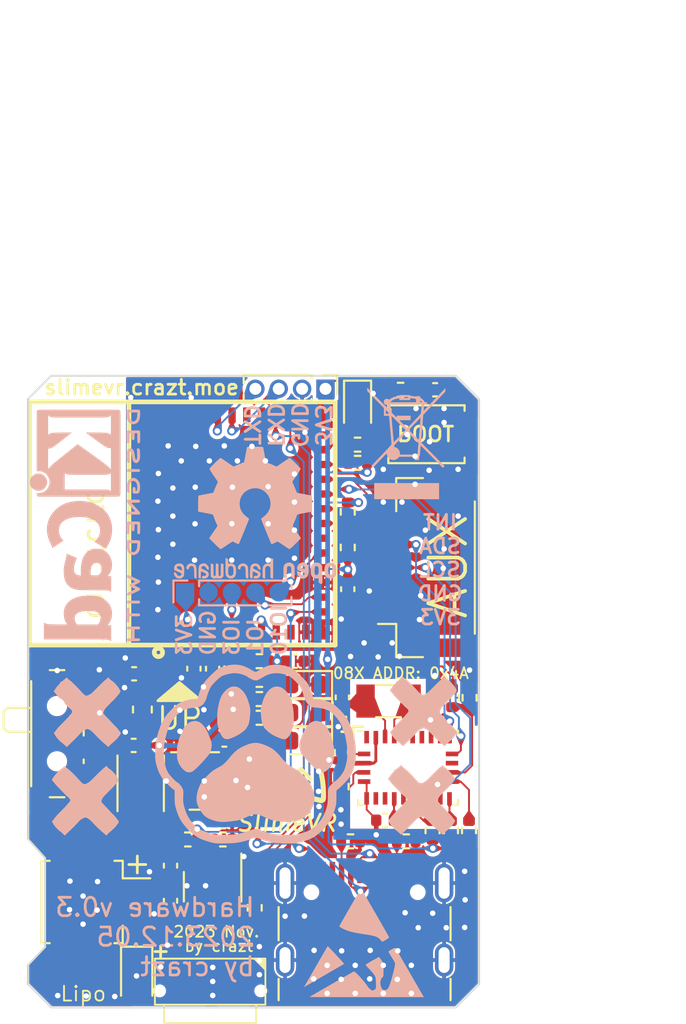
<source format=kicad_pcb>
(kicad_pcb (version 20221018) (generator pcbnew)
  (layers (0 "F.Cu" signal) (31 "B.Cu" signal) (34 "B.Paste" user) (35 "F.Paste" user) (36 "B.SilkS" user "B.Silkscreen") (37 "F.SilkS" user "F.Silkscreen") (38 "B.Mask" user) (39 "F.Mask" user) (44 "Edge.Cuts" user))
  (net 0 "")
  (net 1 "+3.3V")
  (net 2 "GND")
  (net 3 "+BATT")
  (net 4 "/BOOT")
  (net 5 "+5V")
  (net 6 "Net-(D1-K)")
  (net 7 "Net-(D1-A)")
  (net 8 "Net-(D2-K)")
  (net 9 "Net-(D2-A)")
  (net 10 "/USB_D_P")
  (net 11 "/USB_D_N")
  (net 12 "Net-(D3-A)")
  (net 13 "Net-(D4-A)")
  (net 14 "Net-(J3-CC1)")
  (net 15 "/RXD")
  (net 16 "/TXD")
  (net 17 "/SDA")
  (net 18 "/SCL")
  (net 19 "/INT1")
  (net 20 "/INT2")
  (net 22 "Net-(J3-CC2)")
  (net 24 "/BAT_LEVEL")
  (net 25 "/LED")
  (net 26 "/BAT_LEVEL_SRC")
  (net 27 "Net-(U3-PROG)")
  (net 29 "Net-(U2-EN)")
  (net 30 "Net-(U1-XIN32)")
  (net 31 "Net-(U1-XOUT32)")
  (net 32 "Net-(U1-CAP)")
  (net 33 "Net-(U4-FB)")
  (net 34 "Net-(D5-A)")
  (net 35 "Net-(U4-LX)")
  (net 36 "Net-(U1-~{RESET})")
  (net 37 "Net-(U2-IO2)")
  (net 38 "Net-(U1-~{BOOT_LOAD_PIN})")
  (net 44 "/ENV_SCL")
  (net 45 "/ENV_SDA")
  (net 46 "Net-(U1-SA0{slash}H_MOSI_)")
  (net 53 "/IO3")
  (net 54 "/IO1")
  (net 55 "/IO10")
  (net 69 "Net-(C10-Pad1)")
  (footprint "LED_SMD:LED_0603_1608Metric" (layer "F.Cu") (at 164.8968 82.804 180)
    (fp_text reference "D4" hide)
    (fp_text value "BLUE" hide)
  )
  (footprint "Capacitor_SMD:C_0402_1005Metric" (layer "F.Cu") (at 171.96 83.51 -90)
    (fp_text reference "C7" hide)
    (fp_text value "12pF" hide)
  )
  (footprint "Resistor_SMD:R_0402_1005Metric" (layer "F.Cu") (at 160.909 81.9658 90)
    (fp_text reference "R3" hide)
    (fp_text value "10K" hide)
  )
  (footprint "Crazt_Oscillator:Crystal_SMD_3215-2Pin_3.2x1.5mm" (layer "F.Cu") (at 169.45 83.7 180)
    (fp_text reference "Y1" hide)
    (fp_text value "32.768K" hide)
  )
  (footprint "LED_SMD:LED_0603_1608Metric" (layer "F.Cu") (at 164.8968 85.852 180)
    (fp_text reference "D2" hide)
    (fp_text value "GREEN" hide)
  )
  (footprint "Inductor_SMD:L_Sunlord_SWPA252010S" (layer "F.Cu") (at 155.9863 88.1634 90)
    (fp_text reference "L1" hide)
    (fp_text value "MWTC252010S2R2MT" hide)
  )
  (footprint "Resistor_SMD:R_0402_1005Metric" (layer "F.Cu") (at 173.85 83.52 -90)
    (fp_text reference "R11" hide)
    (fp_text value "1M" hide)
  )
  (footprint "Capacitor_SMD:C_0402_1005Metric" (layer "F.Cu") (at 164.361 81.534)
    (fp_text reference "C5" hide)
    (fp_text value "1uF" hide)
  )
  (footprint "Resistor_SMD:R_0402_1005Metric" (layer "F.Cu") (at 162.433 81.534)
    (fp_text reference "R2" hide)
    (fp_text value "10K" hide)
  )
  (footprint "Crazt_Button_Switch:SW_Push_SPST_NO_Alps_SKRK" (layer "F.Cu") (at 171.509 69.215)
    (fp_text reference "SW2" hide)
    (fp_text value "SW_Push" hide)
  )
  (footprint "Capacitor_SMD:C_0402_1005Metric" (layer "F.Cu") (at 167.2336 77.625 -90)
    (fp_text reference "C2" hide)
    (fp_text value "100nF" hide)
  )
  (footprint "Resistor_SMD:R_0402_1005Metric" (layer "F.Cu") (at 158.6259 85.8012 180)
    (fp_text reference "R16" hide)
    (fp_text value "22K" hide)
  )
  (footprint "Capacitor_SMD:C_0402_1005Metric" (layer "F.Cu") (at 171.981 66.802)
    (fp_text reference "C15" hide)
    (fp_text value "100nF" hide)
  )
  (footprint "Resistor_SMD:R_0402_1005Metric" (layer "F.Cu") (at 160.4512 91.2114)
    (fp_text reference "R23" hide)
    (fp_text value "10K" hide)
  )
  (footprint "Resistor_SMD:R_0402_1005Metric" (layer "F.Cu") (at 170.104 66.802)
    (fp_text reference "R18" hide)
    (fp_text value "10K" hide)
  )
  (footprint "Resistor_SMD:R_0402_1005Metric" (layer "F.Cu") (at 166.9 88.34 -90)
    (fp_text reference "R6" hide)
    (fp_text value "10K" hide)
  )
  (footprint "Resistor_SMD:R_0402_1005Metric" (layer "F.Cu") (at 162.433 82.55 180)
    (fp_text reference "R19" hide)
    (fp_text value "2K" hide)
  )
  (footprint "Resistor_SMD:R_0402_1005Metric" (layer "F.Cu") (at 172.9 83.52 -90)
    (fp_text reference "R8" hide)
    (fp_text value "1K" hide)
  )
  (footprint "Resistor_SMD:R_0402_1005Metric" (layer "F.Cu") (at 162.1786 94.9198 -90)
    (fp_text reference "R12" hide)
    (fp_text value "2.5K" hide)
  )
  (footprint "Capacitor_SMD:C_0402_1005Metric" (layer "F.Cu") (at 159.893 81.9404 -90)
    (fp_text reference "C4" hide)
    (fp_text value "100nF" hide)
  )
  (footprint "Capacitor_SMD:C_0402_1005Metric" (layer "F.Cu") (at 157.6066 92.6338 -90)
    (fp_text reference "C14" hide)
    (fp_text value "10uF" hide)
  )
  (footprint "Connector_USB:USB_C_Receptacle_GCT_USB4105-xx-A_16P_TopMnt_Horizontal" (layer "F.Cu") (at 168.148 96.683)
    (fp_text reference "J3" hide)
    (fp_text value "USB_C_Receptacle_USB2.0" hide)
  )
  (footprint "Resistor_SMD:R_0402_1005Metric" (layer "F.Cu") (at 167.384 91.313)
    (fp_text reference "R20" hide)
    (fp_text value "5.1K" hide)
  )
  (footprint "Capacitor_SMD:C_0402_1005Metric" (layer "F.Cu") (at 169.26 90.17 180)
    (fp_text reference "C8" hide)
    (fp_text value "100nF" hide)
  )
  (footprint "Crazt_Connector:YZ193115035T-02025-01" (layer "F.Cu") (at 159.76 97.68 180)
    (fp_text reference "J2" hide)
    (fp_text value "OptionalPower" hide)
  )
  (footprint "LOGO" (layer "F.Cu") (at 163.783158 87.962779)
    (fp_text reference "G***" hide)
    (fp_text value "LOGO" hide)
  )
  (footprint "Package_LGA:LGA-28_5.2x3.8mm_P0.5mm" (layer "F.Cu") (at 170.51 87.32)
    (fp_text reference "U1" hide)
    (fp_text value "BNO085" hide)
  )
  (footprint "Resistor_SMD:R_0402_1005Metric" (layer "F.Cu") (at 167.2336 75.3618 90)
    (fp_text reference "R9" hide)
    (fp_text value "4.7K" hide)
  )
  (footprint "LED_SMD:LED_0603_1608Metric" (layer "F.Cu") (at 167.767 67.7925 -90)
    (fp_text reference "D5" hide)
    (fp_text value "YELLOW" hide)
  )
  (footprint "Resistor_SMD:R_0402_1005Metric" (layer "F.Cu") (at 173.82 90.72 90)
    (fp_text reference "R5" hide)
    (fp_text value "4.7K" hide)
  )
  (footprint "LED_SMD:LED_0603_1608Metric" (layer "F.Cu") (at 164.8968 84.328 180)
    (fp_text reference "D1" hide)
    (fp_text value "RED" hide)
  )
  (footprint "Crazt_Module_ESP:WIFIM-SMD_ESP32-C3-MINI-1" (layer "F.Cu") (at 160.95 74.06 90)
    (fp_text reference "U2" hide)
    (fp_text value "ESP32-C3-MINI-1-N4(4MB)" hide)
  )
  (footprint "Resistor_SMD:R_0402_1005Metric" (layer "F.Cu") (at 167.77 70.77 180)
    (fp_text reference "R7" hide)
    (fp_text value "10K" hide)
  )
  (footprint "Capacitor_SMD:C_0402_1005Metric" (layer "F.Cu") (at 166.89 86.46 90)
    (fp_text reference "C1" hide)
    (fp_text value "100nF" hide)
  )
  (footprint "Resistor_SMD:R_0402_1005Metric" (layer "F.Cu") (at 172.84 90.72 90)
    (fp_text reference "R4" hide)
    (fp_text value "4.7K" hide)
  )
  (footprint "Resistor_SMD:R_0402_1005Metric" (layer "F.Cu") (at 162.433 83.5914 180)
    (fp_text reference "R13" hide)
    (fp_text value "2K" hide)
  )
  (footprint "Capacitor_SMD:C_0402_1005Metric" (layer "F.Cu") (at 155.63 82.22 180)
    (fp_text reference "C12" hide)
    (fp_text value "10uF")
  )
  (footprint "Button_Switch_SMD:SW_SPDT_PCM12" (layer "F.Cu") (at 151.77 85.47 -90)
    (fp_text reference "SW1" hide)
    (fp_text value "SW_SPDT" hide)
  )
  (footprint "Capacitor_SMD:C_0402_1005Metric" (layer "F.Cu") (at 158.877 81.9404 -90)
    (fp_text reference "C3" hide)
    (fp_text value "100nF" hide)
  )
  (footprint "Diode_SMD:D_SOD-323" (layer "F.Cu") (at 155.77 98.6425 -90)
    (fp_text reference "D3" hide)
    (fp_text value "1N5819WS" hide)
  )
  (footprint "Connector_Molex:Molex_PicoBlade_53261-0271_1x02-1MP_P1.25mm_Horizontal" (layer "F.Cu") (at 153.302 94.605 -90)
    (fp_text reference "J1" hide)
    (fp_text value "Battery" hide)
  )
  (footprint "Resistor_SMD:R_0402_1005Metric" (layer "F.Cu") (at 171.84 90.72 90)
    (fp_text reference "R1" hide)
    (fp_text value "10K" hide)
  )
  (footprint "Resistor_SMD:R_0402_1005Metric" (layer "F.Cu") (at 160.5075 84.8106 180)
    (fp_text reference "R15" hide)
    (fp_text value "100K" hide)
  )
  (footprint "Capacitor_SMD:C_0402_1005Metric" (layer "F.Cu") (at 160.5309 85.8144 180)
    (fp_text reference "C10" hide)
    (fp_text value "22pF" hide)
  )
  (footprint "Resistor_SMD:R_0402_1005Metric" (layer "F.Cu") (at 170.4086 91.313)
    (fp_text reference "R22" hide)
    (fp_text value "5.1K" hide)
  )
  (footprint "Resistor_SMD:R_0402_1005Metric" (layer "F.Cu") (at 167.767 69.78 180)
    (fp_text reference "R21" hide)
    (fp_text value "2K" hide)
  )
  (footprint "Capacitor_SMD:C_0402_1005Metric" (layer "F.Cu") (at 157.6066 94.5388 90)
    (fp_text reference "C13" hide)
    (fp_text value "10uF" hide)
  )
  (footprint "Resistor_SMD:R_0402_1005Metric" (layer "F.Cu") (at 158.5462 91.2114)
    (fp_text reference "R17" hide)
    (fp_text value "10K" hide)
  )
  (footprint "Capacitor_SMD:C_0402_1005Metric" (layer "F.Cu") (at 166.94 83.5 -90)
    (fp_text reference "C6" hide)
    (fp_text value "12pF" hide)
  )
  (footprint "Capacitor_SMD:C_0402_1005Metric" (layer "F.Cu") (at 160.4746 90.2462)
    (fp_text reference "C9" hide)
    (fp_text value "10uF" hide)
  )
  (footprint "Resistor_SMD:R_0402_1005Metric" (layer "F.Cu") (at 162.433 84.6074 180)
    (fp_text reference "R14" hide)
    (fp_text value "2K" hide)
  )
  (footprint "Package_TO_SOT_SMD:SOT-23-6" (layer "F.Cu") (at 159.8926 93.7768 -90)
    (fp_text reference "U3" hide)
    (fp_text value "LGS4084HB6" hide)
  )
  (footprint "Resistor_SMD:R_0402_1005Metric" (layer "F.Cu") (at 167.2336 73.4314 -90)
    (fp_text reference "R10" hide)
    (fp_text value "4.7K" hide)
  )
  (footprint "Inductor_SMD:L_0603_1608Metric" (layer "F.Cu") (at 156.08 84.16 90)
    (fp_text reference "FB1" hide)
    (fp_text value "600Ω @ 100MHz" hide)
  )
  (footprint "Package_TO_SOT_SMD:SOT-23-5" (layer "F.Cu") (at 159.4413 88.0364)
    (fp_text reference "U4" hide)
    (fp_text value "SY8088IAAC" hide)
  )
  (footprint "Connector_JST:JST_GH_SM05B-GHS-TB_1x05-1MP_P1.25mm_Horizontal" (layer "F.Cu") (at 171.577 76.454 90)
    (fp_text reference "J5" hide)
    (fp_text value "AUX" hide)
  )
  (footprint "Capacitor_SMD:C_0402_1005Metric" (layer "F.Cu") (at 155.6053 86.106 180)
    (fp_text reference "C11" hide)
    (fp_text value "10uF" hide)
  )
  (footprint "Crazt_Connector:PinHeader_1x04_P1.27mm_Vertical" (layer "F.Cu") (at 166.0255 66.75 -90)
    (fp_text reference "J4" hide)
    (fp_text value "Program" hide)
  )
  (footprint "Symbol:WEEE-Logo_4.2x6mm_SilkScreen" (layer "B.Cu") (at 170.42 69.72 180)
    (fp_text reference "REF**" hide)
    (fp_text value "WEEE-Logo_4.2x6mm_SilkScreen" hide)
  )
  (footprint "Symbol:ESD-Logo_6.6x6mm_SilkScreen" (layer "B.Cu") (at 168.11 96.81 180)
    (fp_text reference "REF**" hide)
    (fp_text value "ESD-Logo_6.6x6mm_SilkScreen" hide)
  )
  (footprint "LOGO" (layer "B.Cu") (at 161.97 86.63 180)
    (fp_text reference "G***" hide)
    (fp_text value "LOGO" hide)
  )
  (footprint "LOGO" (layer "B.Cu") (at 153.04 84.39 180)
    (fp_text reference "G***" hide)
    (fp_text value "LOGO" hide)
  )
  (footprint "Symbol:KiCad-Logo2_5mm_SilkScreen" (layer "B.Cu") (at 152.95 74.16 -90)
    (fp_text reference "REF**" hide)
    (fp_text value "KiCad-Logo2_5mm_SilkScreen" hide)
  )
  (footprint "LOGO" (layer "B.Cu") (at 171.306141 84.34595 180)
    (fp_text reference "G***" hide)
    (fp_text value "LOGO" hide)
  )
  (footprint "LOGO" (layer "B.Cu") (at 152.933859 89.19405 180)
    (fp_text reference "G***" hide)
    (fp_text value "LOGO" hide)
  )
  (footprint "LOGO" (layer "B.Cu") (at 171.2 89.15 180)
    (fp_text reference "G***" hide)
    (fp_text value "LOGO" hide)
  )
  (footprint "Crazt_Connector:Pad_1x05_P1.27mm" (layer "B.Cu") (at 158.4 77.793118 -90)
    (fp_text reference "J6" hide)
    (fp_text value "AUX2" hide)
  )
  (footprint "Symbol:OSHW-Logo2_9.8x8mm_SilkScreen" (layer "B.Cu") (at 162.2 73.61 180)
    (fp_text reference "REF**" hide)
    (fp_text value "OSHW-Logo2_9.8x8mm_SilkScreen" hide)
  )
  (gr_line (start 167.53 85.096) (end 167.53 85.604) (stroke (width 0.15)) (layer "F.SilkS"))
  (gr_line (start 168.074 85.09) (end 167.566 85.09) (stroke (width 0.15)) (layer "F.SilkS"))
  (gr_poly (pts (xy 158.09 82.69) (xy 156.92 83.68) (xy 159.25 83.67)) (stroke (width 0.15)) (fill solid) (layer "F.SilkS"))
  (gr_line (start 173.101 100.33) (end 174.371 99.06) (stroke (width 0.1)) (layer "Edge.Cuts"))
  (gr_line (start 149.86 99.06) (end 151.13 100.33) (stroke (width 0.1)) (layer "Edge.Cuts"))
  (gr_line (start 151.13 66.04) (end 149.86 67.31) (stroke (width 0.1)) (layer "Edge.Cuts"))
  (gr_line (start 151.13 100.33) (end 173.101 100.33) (stroke (width 0.1)) (layer "Edge.Cuts"))
  (gr_line (start 149.86 91.1733) (end 150.7998 92.2147) (stroke (width 0.1)) (layer "Edge.Cuts"))
  (gr_line (start 149.86 67.31) (end 149.86 91.1733) (stroke (width 0.1)) (layer "Edge.Cuts"))
  (gr_line (start 173.101 66.04) (end 174.371 67.31) (stroke (width 0.1)) (layer "Edge.Cuts"))
  (gr_line (start 173.101 66.04) (end 151.13 66.04) (stroke (width 0.1)) (layer "Edge.Cuts"))
  (gr_line (start 150.7998 92.2147) (end 150.7998 97.0534) (stroke (width 0.1)) (layer "Edge.Cuts"))
  (gr_line (start 150.7998 97.0534) (end 149.86 98.044) (stroke (width 0.1)) (layer "Edge.Cuts"))
  (gr_line (start 174.371 67.31) (end 174.371 99.06) (stroke (width 0.1)) (layer "Edge.Cuts"))
  (gr_line (start 149.86 98.044) (end 149.86 99.06) (stroke (width 0.1)) (layer "Edge.Cuts"))
  (gr_text "Hardware v0.3\n2023.12.05\nby crazt" (at 162.26 98.7) (layer "B.SilkS") (effects (font (size 1 1)) (justify left bottom mirror)))
  (gr_text "3V3\nGND\nRXD\nTXD" (at 163.957 68.707 270) (layer "B.SilkS") (effects (font (size 0.8 0.8)) (justify mirror)))
  (gr_text "INT\nSDA\nSCL\nGND\n3V3" (at 172.25 76.58) (layer "B.SilkS") (effects (font (size 0.8 0.8)) (justify mirror)))
  (gr_text "3V3\nGND\nIO3\nIO1\nIO10" (at 160.93 81.31 90) (layer "B.SilkS") (effects (font (size 0.8 0.8)) (justify right mirror)))
  (gr_text "slimevr.crazt.moe" (at 161.417 66.675) (layer "F.SilkS") (effects (font (size 0.8 0.8)) (justify right)))
  (gr_text "by crazt" (at 160.23 97) (layer "F.SilkS") (effects (font (size 0.6 0.6) (thickness 0.1))))
  (gr_text "+" (at 155.8036 92.4814) (layer "F.SilkS") (effects (font (size 1.2 1.2))))
  (gr_text "UP" (at 156.79 85.34) (layer "F.SilkS") (effects (font (size 1.2 1.2)) (justify left bottom)))
  (gr_text "2023 Nov." (at 160.1 96.22) (layer "F.SilkS") (effects (font (size 0.6 0.6) (thickness 0.1))))
  (gr_text "JLCJLCJLCJLC" (at 154.04 80.57 90) (layer "F.SilkS") (effects (font (size 0.8 0.8)) (justify left bottom)))
  (gr_text "+" (at 157.07 97.24) (layer "F.SilkS") (effects (font (size 0.8 0.8))))
  (gr_text "1" (at 167.61 85) (layer "F.SilkS") (effects (font (size 0.8 0.8)) (justify right)))
  (gr_text "BOOT" (at 173.101 69.215) (layer "F.SilkS") (effects (font (size 0.8 0.8)) (justify right)))
  (gr_text "AUX" (at 173.863 79.375 90) (layer "F.SilkS") (effects (font (size 2 2) (thickness 0.2)) (justify left bottom)))
  (gr_text "08X ADDR: 0x4A" (at 173.87 82.19) (layer "F.SilkS") (effects (font (size 0.6 0.6) (thickness 0.1) bold) (justify right)))
  (gr_text "SlimeVR" (at 163.92 90.32) (layer "F.SilkS") (effects (font (size 0.9 0.9) (thickness 0.15) italic)))
  (gr_text "Lipo" (at 152.87 99.59) (layer "F.SilkS") (effects (font (size 0.8 0.8) (thickness 0.1))))
  (segment (start 171.8564 91.694) (end 172.376 91.694) (width 0.1016) (layer "F.Cu") (net 1))
  (segment (start 166.9034 87.7734) (end 166.9034 86.9162) (width 0.254) (layer "F.Cu") (net 1))
  (segment (start 167.2336 72.9214) (end 167.816267 72.9214) (width 0.1016) (layer "F.Cu") (net 1))
  (segment (start 161.8488 82.4758) (end 161.923 82.55) (width 0.254) (layer "F.Cu") (net 1))
  (segment (start 168.28 70.77) (end 168.28 71.27) (width 0.1016) (layer "F.Cu") (net 1))
  (segment (start 170.9674 81.3054) (end 170.9674 80.1944) (width 0.1016) (layer "F.Cu") (net 1))
  (segment (start 160.909 82.462082) (end 160.909 82.4758) (width 0.254) (layer "F.Cu") (net 1))
  (segment (start 168.6396 87.0752) (end 168.1227 87.0752) (width 0.1524) (layer "F.Cu") (net 1))
  (segment (start 168.29 71.28) (end 168.29 71.131) (width 0.1016) (layer "F.Cu") (net 1))
  (segment (start 158.203598 81.4604) (end 157.443998 82.22) (width 0.254) (layer "F.Cu") (net 1))
  (segment (start 166.4743 66.3167) (end 165.989 66.802) (width 0.1016) (layer "F.Cu") (net 1))
  (segment (start 166.751 80.8482) (end 168.6452 78.954) (width 0.254) (layer "F.Cu") (net 1))
  (segment (start 158.877 80.967) (end 158.55 80.64) (width 0.254) (layer "F.Cu") (net 1))
  (segment (start 168.223806 66.3167) (end 166.4743 66.3167) (width 0.1016) (layer "F.Cu") (net 1))
  (segment (start 172.376 91.694) (end 172.84 91.23) (width 0.1016) (layer "F.Cu") (net 1))
  (segment (start 167.992067 72.922933) (end 167.9936 72.9214) (width 0.1016) (layer "F.Cu") (net 1))
  (segment (start 162.6088 80.8482) (end 166.1414 80.8482) (width 0.254) (layer "F.Cu") (net 1))
  (segment (start 171.477847 81.815847) (end 170.9674 81.3054) (width 0.1016) (layer "F.Cu") (net 1))
  (segment (start 166.2176 86.8934) (end 166.1414 86.9696) (width 0.254) (layer "F.Cu") (net 1))
  (segment (start 167.8178 72.922933) (end 167.992067 72.922933) (width 0.1016) (layer "F.Cu") (net 1))
  (segment (start 156.08 83.295) (end 156.08 82.25) (width 0.25) (layer "F.Cu") (net 1))
  (segment (start 170.9674 80.1944) (end 169.727 78.954) (width 0.1016) (layer "F.Cu") (net 1))
  (segment (start 158.877 81.4604) (end 158.203598 81.4604) (width 0.254) (layer "F.Cu") (net 1))
  (segment (start 156.08 82.25) (end 156.11 82.22) (width 0.25) (layer "F.Cu") (net 1))
  (segment (start 167.0624 87.0752) (end 166.9034 86.9162) (width 0.254) (layer "F.Cu") (net 1))
  (segment (start 166.1414 80.8482) (end 166.1414 81.4324) (width 0.254) (layer "F.Cu") (net 1))
  (segment (start 172.84 91.23) (end 173.82 91.23) (width 0.1016) (layer "F.Cu") (net 1))
  (segment (start 167.816267 72.9214) (end 167.8178 72.922933) (width 0.1016) (layer "F.Cu") (net 1))
  (segment (start 167.2336 75.8718) (end 167.2336 76.5556) (width 0.1016) (layer "F.Cu") (net 1))
  (segment (start 168.6452 78.954) (end 169.727 78.954) (width 0.254) (layer "F.Cu") (net 1))
  (segment (start 166.2176 86.8934) (end 166.8806 86.8934) (width 0.254) (layer "F.Cu") (net 1))
  (segment (start 158.55 80.64) (end 158.55 79.96) (width 0.254) (layer "F.Cu") (net 1))
  (segment (start 169.594 66.802) (end 169.1114 66.3194) (width 0.1016) (layer "F.Cu") (net 1))
  (segment (start 166.1414 81.4324) (end 166.1414 81.4578) (width 0.254) (layer "F.Cu") (net 1))
  (segment (start 158.877 81.4604) (end 159.893 81.4604) (width 0.254) (layer "F.Cu") (net 1))
  (segment (start 172.94 83) (end 172.94 82.39) (width 0.1016) (layer "F.Cu") (net 1))
  (segment (start 168.29 71.131) (end 168.277 71.118) (width 0.1016) (layer "F.Cu") (net 1))
  (segment (start 172.94 82.39) (end 172.365847 81.815847) (width 0.1016) (layer "F.Cu") (net 1))
  (segment (start 159.907318 81.4604) (end 160.909 82.462082) (width 0.254) (layer "F.Cu") (net 1))
  (segment (start 168.7602 85.6627) (end 168.7602 86.9546) (width 0.1524) (layer "F.Cu") (net 1))
  (segment (start 168.28 71.27) (end 168.29 71.28) (width 0.1016) (layer "F.Cu") (net 1))
  (segment (start 161.923 81.534) (end 161.923 82.55) (width 0.254) (layer "F.Cu") (net 1))
  (segment (start 168.1227 87.0752) (end 167.0624 87.0752) (width 0.254) (layer "F.Cu") (net 1))
  (segment (start 158.55 79.96) (end 158.5374 79.9474) (width 0.254) (layer "F.Cu") (net 1))
  (segment (start 157.443998 82.22) (end 156.11 82.22) (width 0.254) (layer "F.Cu") (net 1))
  (segment (start 166.8806 86.8934) (end 166.9034 86.9162) (width 0.254) (layer "F.Cu") (net 1))
  (segment (start 168.226506 66.3194) (end 168.223806 66.3167) (width 0.1016) (layer "F.Cu") (net 1))
  (segment (start 166.1414 80.8482) (end 166.751 80.8482) (width 0.254) (layer "F.Cu") (net 1))
  (segment (start 168.7602 86.9546) (end 168.6396 87.0752) (width 0.1524) (layer "F.Cu") (net 1))
  (segment (start 160.909 82.4758) (end 161.8488 82.4758) (width 0.254) (layer "F.Cu") (net 1))
  (segment (start 172.365847 81.815847) (end 171.477847 81.815847) (width 0.1016) (layer "F.Cu") (net 1))
  (segment (start 166.91 87.78) (end 166.9034 87.7734) (width 0.254) (layer "F.Cu") (net 1))
  (segment (start 169.1114 66.3194) (end 168.226506 66.3194) (width 0.1016) (layer "F.Cu") (net 1))
  (segment (start 158.877 81.4604) (end 158.877 80.967) (width 0.254) (layer "F.Cu") (net 1))
  (segment (start 167.2336 77.145) (end 167.2336 76.5556) (width 0.254) (layer "F.Cu") (net 1))
  (segment (start 159.893 81.4604) (end 159.907318 81.4604) (width 0.254) (layer "F.Cu") (net 1))
  (segment (start 161.923 81.534) (end 162.6088 80.8482) (width 0.254) (layer "F.Cu") (net 1))
  (segment (start 158.5374 79.9474) (end 158.5374 79.2734) (width 0.254) (layer "F.Cu") (net 1))
  (via (at 167.8178 72.922933) (size 0.5) (drill 0.3) (layers "F.Cu" "B.Cu") (net 1))
  (via (at 158.5374 79.2734) (size 0.5) (drill 0.3) (layers "F.Cu" "B.Cu") (net 1))
  (via (at 168.29 71.28) (size 0.5) (drill 0.3) (layers "F.Cu" "B.Cu") (net 1))
  (via (at 167.2336 76.5556) (size 0.5) (drill 0.3) (layers "F.Cu" "B.Cu") (net 1))
  (via (at 171.8564 91.694) (size 0.5) (drill 0.3) (layers "F.Cu" "B.Cu") (net 1))
  (via (at 166.2176 86.8934) (size 0.5) (drill 0.3) (layers "F.Cu" "B.Cu") (net 1))
  (via (at 166.1414 81.4324) (size 0.5) (drill 0.3) (layers "F.Cu" "B.Cu") (net 1))
  (segment (start 167.2082 76.5302) (end 166.1414 76.5302) (width 0.1016) (layer "B.Cu") (net 1))
  (segment (start 158.4452 79.1812) (end 158.4452 77.851) (width 0.1016) (layer "B.Cu") (net 1))
  (segment (start 166.1414 71.0946) (end 166.1414 66.9544) (width 0.254) (layer "B.Cu") (net 1))
  (segment (start 167.2336 76.5556) (end 167.2082 76.5302) (width 0.1016) (layer "B.Cu") (net 1))
  (segment (start 166.1414 76.5302) (end 166.1414 72.9742) (width 0.254) (layer "B.Cu") (net 1))
  (segment (start 171.8564 91.694) (end 168.851141 91.694) (width 0.1016) (layer "B.Cu") (net 1))
  (segment (start 166.1414 86.8172) (end 166.1414 81.4324) (width 0.254) (layer "B.Cu") (net 1))
  (segment (start 166.1414 72.9742) (end 166.1414 71.0946) (width 0.254) (layer "B.Cu") (net 1))
  (segment (start 166.1922 86.9188) (end 166.2176 86.8934) (width 0.1016) (layer "B.Cu") (net 1))
  (segment (start 166.1414 71.29) (end 166.1414 71.0946) (width 0.1016) (layer "B.Cu") (net 1))
  (segment (start 167.8178 72.922933) (end 166.192667 72.922933) (width 0.1016) (layer "B.Cu") (net 1))
  (segment (start 168.29 71.28) (end 168.28 71.29) (width 0.1016) (layer "B.Cu") (net 1))
  (segment (start 166.2176 86.8934) (end 166.1414 86.8172) (width 0.254) (layer "B.Cu") (net 1))
  (segment (start 166.1414 81.4324) (end 166.1414 76.5302) (width 0.254) (layer "B.Cu") (net 1))
  (segment (start 168.28 71.29) (end 166.1414 71.29) (width 0.1016) (layer "B.Cu") (net 1))
  (segment (start 166.1414 66.9544) (end 165.989 66.802) (width 0.254) (layer "B.Cu") (net 1))
  (segment (start 158.5374 79.2734) (end 158.4452 79.1812) (width 0.1016) (layer "B.Cu") (net 1))
  (segment (start 166.192667 72.922933) (end 166.1414 72.9742) (width 0.1016) (layer "B.Cu") (net 1))
  (segment (start 166.337698 91.477698) (end 166.1922 91.3322) (width 0.1016) (layer "B.Cu") (net 1))
  (segment (start 168.634839 91.477698) (end 166.337698 91.477698) (width 0.1016) (layer "B.Cu") (net 1))
  (segment (start 166.1922 91.3322) (end 166.1922 86.9188) (width 0.1016) (layer "B.Cu") (net 1))
  (segment (start 168.851141 91.694) (end 168.634839 91.477698) (width 0.1016) (layer "B.Cu") (net 1))
  (segment (start 168.2602 89.5938) (end 168.7856 90.1192) (width 0.1016) (layer "F.Cu") (net 2))
  (segment (start 170.2708 88.9983) (end 170.2708 90.6652) (width 0.1016) (layer "F.Cu") (net 2))
  (segment (start 166.9062 85.9562) (end 166.9034 85.9562) (width 0.1016) (layer "F.Cu") (net 2))
  (segment (start 170.2602 88.9877) (end 170.2708 88.9983) (width 0.1016) (layer "F.Cu") (net 2))
  (segment (start 168.2602 88.9877) (end 168.2602 88.2127) (width 0.1016) (layer "F.Cu") (net 2))
  (segment (start 170.5668 84.89) (end 171.56 84.89) (width 0.1016) (layer "F.Cu") (net 2))
  (segment (start 170.2602 85.1966) (end 170.5668 84.89) (width 0.1016) (layer "F.Cu") (net 2))
  (segment (start 168.78 90.1248) (end 168.7856 90.1192) (width 0.254) (layer "F.Cu") (net 2))
  (segment (start 168.1227 86.5752) (end 167.5252 86.5752) (width 0.1016) (layer "F.Cu") (net 2))
  (segment (start 171.56 84.89) (end 171.73 84.72) (width 0.1016) (layer "F.Cu") (net 2))
  (segment (start 168.78 90.96) (end 168.78 90.1248) (width 0.254) (layer "F.Cu") (net 2))
  (segment (start 167.5252 86.5752) (end 166.9062 85.9562) (width 0.1016) (layer "F.Cu") (net 2))
  (segment (start 170.2708 90.6652) (end 170.9186 91.313) (width 0.1016) (layer "F.Cu") (net 2))
  (segment (start 168.2602 88.2127) (end 168.1227 88.0752) (width 0.1016) (layer "F.Cu") (net 2))
  (segment (start 168.2602 88.9877) (end 168.2602 89.5938) (width 0.1016) (layer "F.Cu") (net 2))
  (segment (start 170.2602 85.6627) (end 170.2602 85.1966) (width 0.1016) (layer "F.Cu") (net 2))
  (via (at 168.4274 98.7806) (size 0.5) (drill 0.3) (layers "F.Cu" "B.Cu") (net 2))
  (via (at 170.8912 70.4088) (size 0.5) (drill 0.3) (layers "F.Cu" "B.Cu") (net 2))
  (via (at 164.338 75.946) (size 0.5) (drill 0.3) (layers "F.Cu" "B.Cu") (net 2))
  (via (at 153.6192 95.0468) (size 0.5) (drill 0.3) (layers "F.Cu" "B.Cu") (net 2))
  (via (at 171.45 74.422) (size 0.5) (drill 0.3) (layers "F.Cu" "B.Cu") (net 2))
  (via (at 166.9034 97.2566) (size 0.5) (drill 0.3) (layers "F.Cu" "B.Cu") (net 2))
  (via (at 158.73 67.23) (size 0.5) (drill 0.3) (layers "F.Cu" "B.Cu") (net 2))
  (via (at 172.5852 96.0028) (size 0.5) (drill 0.3) (layers "F.Cu" "B.Cu") (net 2))
  (via (at 159.4413 88.9) (size 0.5) (drill 0.3) (layers "F.Cu" "B.Cu") (net 2))
  (via (at 169.164 72.898) (size 0.5) (drill 0.3) (layers "F.Cu" "B.Cu") (net 2))
  (via (at 170.46 69.23) (size 0.5) (drill 0.3) (layers "F.Cu" "B.Cu") (net 2))
  (via (at 160.97 72.09) (size 0.5) (drill 0.3) (layers "F.Cu" "B.Cu") (net 2))
  (via (at 159.42 84.17) (size 0.5) (drill 0.3) (layers "F.Cu" "B.Cu") (net 2))
  (via (at 151.45 82.04) (size 0.5) (drill 0.3) (layers "F.Cu" "B.Cu") (net 2))
  (via (at 165.6479 88.6) (size 0.5) (drill 0.3) (layers "F.Cu" "B.Cu") (net 2))
  (via (at 159.4 82.93) (size 0.5) (drill 0.3) (layers "F.Cu" "B.Cu") (net 2))
  (via (at 172.42 76.49) (size 0.5) (drill 0.3) (layers "F.Cu" "B.Cu") (net 2))
  (via (at 170.35 95.19) (size 0.5) (drill 0.3) (layers "F.Cu" "B.Cu") (net 2))
  (via (at 168.8846 81.3054) (size 0.5) (drill 0.3) (layers "F.Cu" "B.Cu") (net 2))
  (via (at 157.734 75.184) (size 0.5) (drill 0.3) (layers "F.Cu" "B.Cu") (net 2))
  (via (at 160.909 83.312) (size 0.5) (drill 0.3) (layers "F.Cu" "B.Cu") (net 2))
  (via (at 156.9466 74.3966) (size 0.5) (drill 0.3) (layers "F.Cu" "B.Cu") (net 2))
  (via (at 170.8912 71.9328) (size 0.5) (drill 0.3) (layers "F.Cu" "B.Cu") (net 2))
  (via (at 153.6446 93.4974) (size 0.5) (drill 0.3) (layers "F.Cu" "B.Cu") (net 2))
  (via (at 156.464 92.964) (size 0.5) (drill 0.3) (layers "F.Cu" "B.Cu") (net 2))
  (via (at 155.76 98.62) (size 0.5) (drill 0.3) (layers "F.Cu" "B.Cu") (net 2))
  (via (at 157.37 88.0364) (size 0.5) (drill 0.3) (layers "F.Cu" "B.Cu") (net 2))
  (via (at 158.94 74.08) (size 0.5) (drill 0.3) (layers "F.Cu" "B.Cu") (net 2))
  (via (at 167.64 98.044) (size 0.5) (drill 0.3) (layers "F.Cu" "B.Cu") (net 2))
  (via (at 169.6466 80.5434) (size 0.5) (drill 0.3) (layers "F.Cu" "B.Cu") (net 2))
  (via (at 165.67 89.42) (size 0.5) (drill 0.3) (layers "F.Cu" "B.Cu") (net 2))
  (via (at 156.9466 71.3486) (size 0.5) (drill 0.3) (layers "F.Cu" "B.Cu") (net 2))
  (via (at 152.146 93.472) (size 0.5) (drill 0.3) (layers "F.Cu" "B.Cu") (net 2))
  (via (at 153.03 99.71) (size 0.5) (drill 0.3) (layers "F.Cu" "B.Cu") (net 2))
  (via (at 166.86 89.6) (size 0.5) (drill 0.3) (layers "F.Cu" "B.Cu") (net 2))
  (via (at 171.6532 71.1708) (size 0.5) (drill 0.3) (layers "F.Cu" "B.Cu") (net 2))
  (via (at 158.11 84.19) (size 0.5) (drill 0.3) (layers "F.Cu" "B.Cu") (net 2))
  (via (at 169.164 71.12) (size 0.5) (drill 0.3) (layers "F.Cu" "B.Cu") (net 2))
  (via (at 166.87 90.38) (size 0.5) (drill 0.3) (layers "F.Cu" "B.Cu") (net 2))
  (via (at 169.164 98.044) (size 0.5) (drill 0.3) (layers "F.Cu" "B.Cu") (net 2))
  (via (at 163.83 95.377) (size 0.5) (drill 0.3) (layers "F.Cu" "B.Cu") (net 2))
  (via (at 170.688 98.044) (size 0.5) (drill 0.3) (layers "F.Cu" "B.Cu") (net 2))
  (via (at 164.338 72.898) (size 0.5) (drill 0.3) (layers "F.Cu" "B.Cu") (net 2))
  (via (at 159.9 99.68) (size 0.5) (drill 0.3) (layers "F.Cu" "B.Cu") (net 2))
  (via (at 159.9 98.918) (size 0.5) (drill 0.3) (layers "F.Cu" "B.Cu") (net 2))
  (via (at 158.9786 69.8754) (size 0.5) (drill 0.3) (layers "F.Cu" "B.Cu") (net 2))
  (via (at 167.64 99.568) (size 0.5) (drill 0.3) (layers "F.Cu" "B.Cu") (net 2))
  (via (at 161.79 88.39) (size 0.5) (drill 0.3) (layers "F.Cu" "B.Cu") (net 2))
  (via (at 171.0612 96.0028) (size 0.5) (drill 0.3) (layers "F.Cu" "B.Cu") (net 2))
  (via (at 171.8486 95.2154) (size 0.5) (drill 0.3) (layers "F.Cu" "B.Cu") (net 2))
  (via (at 161.5921 92.139) (size 0.5) (drill 0.3) (layers "F.Cu" "B.Cu") (net 2))
  (via (at 166.878 98.806) (size 0.5) (drill 0.3) (layers "F.Cu" "B.Cu") (net 2))
  (via (at 154.5794 99.7354) (size 0.5) (drill 0.3) (layers "F.Cu" "B.Cu") (net 2))
  (via (at 161.163 88.011) (size 0.5) (drill 0.3) (layers "F.Cu" "B.Cu") (net 2))
  (via (at 166.878 79.248) (size 0.5) (drill 0.3) (layers "F.Cu" "B.Cu") (net 2))
  (via (at 152.8572 95.8088) (size 0.5) (drill 0.3) (layers "F.Cu" "B.Cu") (net 2))
  (via (at 167.386 81.28) (size 0.5) (drill 0.3) (layers "F.Cu" "B.Cu") (net 2))
  (via (at 160.93 76.05) (size 0.5) (drill 0.3) (layers "F.Cu" "B.Cu") (net 2))
  (via (at 166.7179 85.09) (size 0.5) (drill 0.3) (layers "F.Cu" "B.Cu") (net 2))
  (via (at 168.1226 80.5434) (size 0.5) (drill 0.3) (layers "F.Cu" "B.Cu") (net 2))
  (via (at 173.5836 92.9386) (size 0.5) (drill 0.3) (layers "F.Cu" "B.Cu") (net 2))
  (via (at 169.926 98.806) (size 0.5) (drill 0.3) (layers "F.Cu" "B.Cu") (net 2))
  (via (at 162.91 74.08) (size 0.5) (drill 0.3) (layers "F.Cu" "B.Cu") (net 2))
  (via (at 166.116 98.044) (size 0.5) (drill 0.3) (layers "F.Cu" "B.Cu") (net 2))
  (via (at 155.444 67.22) (size 0.5) (drill 0.3) (layers "F.Cu" "B.Cu") (net 2))
  (via (at 157.734 73.66) (size 0.5) (drill 0.3) (layers "F.Cu" "B.Cu") (net 2))
  (via (at 156.9212 75.8952) (size 0.5) (drill 0.3) (layers "F.Cu" "B.Cu") (net 2))
  (via (at 164.338 74.422) (size 0.5) (drill 0.3) (layers "F.Cu" "B.Cu") (net 2))
  (via (at 162.0266 69.8754) (size 0.5) (drill 0.3) (layers "F.Cu" "B.Cu") (net 2))
  (via (at 158.496 93.726) (size 0.5) (drill 0.3) (layers "F.Cu" "B.Cu") (net 2))
  (via (at 170.18 72.898) (size 0.5) (drill 0.3) (layers "F.Cu" "B.Cu") (net 2))
  (via (at 162.91 76.05) (size 0.5) (drill 0.3) (layers "F.Cu" "B.Cu") (net 2))
  (via (at 159.7152 70.6628) (size 0.5) (drill 0.3) (layers "F.Cu" "B.Cu") (net 2))
  (via (at 159.4413 88.0364) (size 0.5) (drill 0.3) (layers "F.Cu" "B.Cu") (net 2))
  (via (at 171.73 84.72) (size 0.5) (drill 0.3) (layers "F.Cu" "B.Cu") (net 2))
  (via (at 157.08 98.13) (size 0.5) (drill 0.3) (layers "F.Cu" "B.Cu") (net 2))
  (via (at 162.433 97.028) (size 0.5) (drill 0.3) (layers "F.Cu" "B.Cu") (net 2))
  (via (at 159.512 93.726) (size 0.5) (drill 0.3) (layers "F.Cu" "B.Cu") (net 2))
  (via (at 161.2392 70.6628) (size 0.5) (drill 0.3) (layers "F.Cu" "B.Cu") (net 2))
  (via (at 170.942 67.818) (size 0.5) (drill 0.3) (layers "F.Cu" "B.Cu") (net 2))
  (via (at 171.6786 69.6214) (size 0.5) (drill 0.3) (layers "F.Cu" "B.Cu") (net 2))
  (via (at 173.5836 95.9866) (size 0.5) (drill 0.3) (layers "F.Cu" "B.Cu") (net 2))
  (via (at 157.48 69.85) (size 0.5) (drill 0.3) (layers "F.Cu" "B.Cu") (net 2))
  (via (at 156.9466 77.2414) (size 0.5) (drill 0.3) (layers "F.Cu" "B.Cu") (net 2))
  (via (at 170.688 99.568) (size 0.5) (drill 0.3) (layers "F.Cu" "B.Cu") (net 2))
  (via (at 160.528 69.85) (size 0.5) (drill 0.3) (layers "F.Cu" "B.Cu") (net 2))
  (via (at 158.91 76.05) (size 0.5) (drill 0.3) (layers "F.Cu" "B.Cu") (net 2))
  (via (at 173.228 71.12) (size 0.5) (drill 0.3) (layers "F.Cu" "B.Cu") (net 2))
  (via (at 160.9374 74.0728) (size 0.5) (drill 0.3) (layers "F.Cu" "B.Cu") (net 2))
  (via (at 152.8572 94.2848) (size 0.5) (drill 0.3) (layers "F.Cu" "B.Cu") (net 2))
  (via (at 173.228 73.66) (size 0.5) (drill 0.3) (layers "F.Cu" "B.Cu") (net 2))
  (via (at 151.4806 99.6846) (size 0.5) (drill 0.3) (layers "F.Cu" "B.Cu") (net 2))
  (via (at 156.718 95.25) (size 0.5) (drill 0.3) (layers "F.Cu" "B.Cu") (net 2))
  (via (at 169.9514 97.2566) (size 0.5) (drill 0.3) (layers "F.Cu" "B.Cu") (net 2))
  (via (at 169.164 99.568) (size 0.5) (drill 0.3) (layers "F.Cu" "B.Cu") (net 2))
  (via (at 168.4528 97.2312) (size 0.5) (drill 0.3) (layers "F.Cu" "B.Cu") (net 2))
  (via (at 153.74 82) (size 0.5) (drill 0.3) (layers "F.Cu" "B.Cu") (net 2))
  (via (at 171.13 79.28) (size 0.5) (drill 0.3) (layers "F.Cu" "B.Cu") (net 2))
  (via (at 155.15 81.36) (size 0.5) (drill 0.3) (layers "F.Cu" "B.Cu") (net 2))
  (via (at 168.61 67) (size 0.5) (drill 0.3) (layers "F.Cu" "B.Cu") (net 2))
  (via (at 156.9212 78.74) (size 0.5) (drill 0.3) (layers "F.Cu" "B.Cu") (net 2))
  (via (at 168.402 77.724) (size 0.5) (drill 0.3) (layers "F.Cu" "B.Cu") (net 2))
  (via (at 168.78 90.96) (size 0.5) (drill 0.3) (layers "F.Cu" "B.Cu") (net 2))
  (via (at 165.4048 97.2312) (size 0.5) (drill 0.3) (layers "F.Cu" "B.Cu") (net 2))
  (via (at 153.76 84.34) (size 0.5) (drill 0.3) (layers "F.Cu" "B.Cu") (net 2))
  (via (at 171.196 77.978) (size 0.5) (drill 0.3) (layers "F.Cu" "B.Cu") (net 2))
  (via (at 164.91 69.11) (size 0.5) (drill 0.3) (layers "F.Cu" "B.Cu") (net 2))
  (via (at 173.609 94.488) (size 0.5) (drill 0.3) (layers "F.Cu" "B.Cu") (net 2))
  (via (at 164.338 71.374) (size 0.5) (drill 0.3) (layers "F.Cu" "B.Cu") (net 2))
  (via (at 172.466 75.438) (size 0.5) (drill 0.3) (layers "F.Cu" "B.Cu") (net 2))
  (via (at 155.11 82.97) (size 0.5) (drill 0.3) (layers "F.Cu" "B.Cu") (net 2))
  (via (at 170.04 81.27) (size 0.5) (drill 0.3) (layers "F.Cu" "B.Cu") (net 2))
  (via (at 157.44 96.95) (size 0.5) (drill 0.3) (layers "F.Cu" "B.Cu") (net 2))
  (via (at 162.433 98.552) (size 0.5) (drill 0.3) (layers "F.Cu" "B.Cu") (net 2))
  (via (at 158.12 85.34) (size 0.5) (drill 0.3) (layers "F.Cu" "B.Cu") (net 2))
  (via (at 157.734 72.136) (size 0.5) (drill 0.3) (layers "F.Cu" "B.Cu") (net 2))
  (via (at 155.15 85.38) (size 0.5) (drill 0.3) (layers "F.Cu" "B.Cu") (net 2))
  (via (at 165.65 87.51) (size 0.5) (drill 0.3) (layers "F.Cu" "B.Cu") (net 2))
  (via (at 159.9 98.156) (size 0.5) (drill 0.3) (layers "F.Cu" "B.Cu") (net 2))
  (via (at 158.1912 70.6628) (size 0.5) (drill 0.3) (layers "F.Cu" "B.Cu") (net 2))
  (via (at 164.88 95.37) (size 0.5) (drill 0.3) (layers "F.Cu" "B.Cu") (net 2))
  (via (at 165.3794 98.7806) (size 0.5) (drill 0.3) (layers "F.Cu" "B.Cu") (net 2))
  (via (at 162.91 72.06) (size 0.5) (drill 0.3) (layers "F.Cu" "B.Cu") (net 2))
  (via (at 156.9212 72.8472) (size 0.5) (drill 0.3) (layers "F.Cu" "B.Cu") (net 2))
  (via (at 161.89 86.85) (size 0.5) (drill 0.3) (layers "F.Cu" "B.Cu") (net 2))
  (via (at 158.2 82.44) (size 0.5) (drill 0.3) (layers "F.Cu" "B.Cu") (net 2))
  (via (at 171.96 82.316647) (size 0.5) (drill 0.3) (layers "F.Cu" "B.Cu") (net 2))
  (via (at 162.7632 70.6628) (size 0.5) (drill 0.3) (layers "F.Cu" "B.Cu") (net 2))
  (via (at 173.85 82.02) (size 0.5) (drill 0.3) (layers "F.Cu" "B.Cu") (net 2))
  (via (at 158.95 72.09) (size 0.5) (drill 0.3) (layers "F.Cu" "B.Cu") (net 2))
  (via (at 162.433 97.79) (size 0.5) (drill 0.3) (layers "F.Cu" "B.Cu") (net 2))
  (via (at 166.116 99.568) (size 0.5) (drill 0.3) (layers "F.Cu" "B.Cu") (net 2))
  (via (at 152.1206 95.0214) (size 0.5) (drill 0.3) (layers "F.Cu" "B.Cu") (net 2))
  (via (at 172.466 68.58) (size 0.5) (drill 0.3) (layers "F.Cu" "B.Cu") (net 2))
  (via (at 172.466 67.818) (size 0.5) (drill 0.3) (layers "F.Cu" "B.Cu") (net 2))
  (segment (start 155.702 92.1538) (end 155.702 93.98) (width 0.254) (layer "F.Cu") (net 3))
  (segment (start 158.5293 92.6393) (end 158.0438 92.1538) (width 0.254) (layer "F.Cu") (net 3))
  (segment (start 158.9426 92.6393) (end 158.5293 92.6393) (width 0.254) (layer "F.Cu") (net 3))
  (segment (start 153.785 88.8118) (end 153.785 89.4722) (width 0.254) (layer "F.Cu") (net 3))
  (segment (start 153.2 88.2268) (end 153.785 88.8118) (width 0.254) (layer "F.Cu") (net 3))
  (segment (start 153.785 89.4722) (end 155.702 91.3892) (width 0.254) (layer "F.Cu") (net 3))
  (segment (start 155.702 91.3892) (end 155.702 92.1538) (width 0.254) (layer "F.Cu") (net 3))
  (segment (start 158.0438 92.1538) (end 157.6066 92.1538) (width 0.254) (layer "F.Cu") (net 3))
  (segment (start 153.2 87.72) (end 153.2 88.2268) (width 0.254) (layer "F.Cu") (net 3))
  (segment (start 157.6066 92.1538) (end 155.702 92.1538) (width 0.254) (layer "F.Cu") (net 3))
  (segment (start 166.6748 69.5368) (end 166.6748 68.4276) (width 0.1016) (layer "F.Cu") (net 4))
  (segment (start 166.6748 68.4276) (end 167.4091 67.6933) (width 0.1016) (layer "F.Cu") (net 4))
  (segment (start 166.1516 70.06) (end 166.6748 69.5368) (width 0.1016) (layer "F.Cu") (net 4))
  (segment (start 172.0088 69.215) (end 173.609 69.215) (width 0.1016) (layer "F.Cu") (net 4))
  (segment (start 169.7227 67.6933) (end 170.614 66.802) (width 0.1016) (layer "F.Cu") (net 4))
  (segment (start 171.501 68.7072) (end 172.0088 69.215) (width 0.1016) (layer "F.Cu") (net 4))
  (segment (start 167.4091 67.6933) (end 169.7227 67.6933) (width 0.1016) (layer "F.Cu") (net 4))
  (segment (start 165.8374 70.0726) (end 165.85 70.06) (width 0.1016) (layer "F.Cu") (net 4))
  (segment (start 165.85 70.06) (end 166.1516 70.06) (width 0.1016) (layer "F.Cu") (net 4))
  (segment (start 170.614 66.802) (end 171.501 66.802) (width 0.1016) (layer "F.Cu") (net 4))
  (segment (start 171.501 66.802) (end 171.501 68.7072) (width 0.1016) (layer "F.Cu") (net 4))
  (segment (start 165.8374 70.0728) (end 165.8374 70.0726) (width 0.1016) (layer "F.Cu") (net 4))
  (segment (start 155.77 97.5925) (end 155.77 97.3) (width 0.254) (layer "F.Cu") (net 5))
  (segment (start 164.592 91.694) (end 165.0156 91.694) (width 0.1016) (layer "F.Cu") (net 5))
  (segment (start 165.748 92.4264) (end 165.748 93.003) (width 0.1016) (layer "F.Cu") (net 5))
  (segment (start 168.1734 96.1644) (end 166.2938 96.1644) (width 0.254) (layer "F.Cu") (net 5))
  (segment (start 155.77 97.3) (end 156.8866 96.1834) (width 0.254) (layer "F.Cu") (net 5))
  (segment (start 165.0156 91.694) (end 165.748 92.4264) (width 0.1016) (layer "F.Cu") (net 5))
  (segment (start 158.8381 95.0188) (end 158.9426 94.9143) (width 0.254) (layer "F.Cu") (net 5))
  (segment (start 157.6066 95.0188) (end 158.8381 95.0188) (width 0.254) (layer "F.Cu") (net 5))
  (segment (start 165.748 93.7863) (end 166.2938 94.3321) (width 0.254) (layer "F.Cu") (net 5))
  (segment (start 165.748 93.003) (end 165.748 93.7863) (width 0.254) (layer "F.Cu") (net 5))
  (segment (start 166.2938 96.1644) (end 166.2782 96.18) (width 0.254) (layer "F.Cu") (net 5))
  (segment (start 158.843 95.0139) (end 158.9426 94.9143) (width 0.254) (layer "F.Cu") (net 5))
  (segment (start 162.43 85.6) (end 162.43 91.316) (width 0.1016) (layer "F.Cu") (net 5))
  (segment (start 161.923 83.5914) (end 161.923 84.6074) (width 0.1016) (layer "F.Cu") (net 5))
  (segment (start 156.8866 96.1834) (end 157.6066 96.1834) (width 0.254) (layer "F.Cu") (net 5))
  (segment (start 157.6066 96.1834) (end 157.6066 95.0188) (width 0.254) (layer "F.Cu") (net 5))
  (segment (start 161.923 85.093) (end 162.43 85.6) (width 0.1016) (layer "F.Cu") (net 5))
  (segment (start 157.61 96.18) (end 157.6066 96.1834) (width 0.254) (layer "F.Cu") (net 5))
  (segment (start 166.2938 94.3321) (end 166.2938 96.1644) (width 0.254) (layer "F.Cu") (net 5))
  (segment (start 170.548 93.7898) (end 168.1734 96.1644) (width 0.254) (layer "F.Cu") (net 5))
  (segment (start 170.548 93.003) (end 170.548 93.7898) (width 0.254) (layer "F.Cu") (net 5))
  (segment (start 161.923 84.6074) (end 161.923 85.093) (width 0.1016) (layer "F.Cu") (net 5))
  (segment (start 166.2782 96.18) (end 157.61 96.18) (width 0.254) (layer "F.Cu") (net 5))
  (segment (start 162.43 91.316) (end 162.306 91.44) (width 0.1016) (layer "F.Cu") (net 5))
  (via (at 164.592 91.694) (size 0.5) (drill 0.3) (layers "F.Cu" "B.Cu") (net 5))
  (via (at 162.306 91.44) (size 0.5) (drill 0.3) (layers "F.Cu" "B.Cu") (net 5))
  (segment (start 164.592 91.694) (end 164.338 91.44) (width 0.1016) (layer "B.Cu") (net 5))
  (segment (start 164.338 91.44) (end 162.306 91.44) (width 0.1016) (layer "B.Cu") (net 5))
  (segment (start 165.6843 84.328) (end 164.846 85.1663) (width 0.1016) (layer "F.Cu") (net 6))
  (segment (start 164.846 85.1663) (end 164.846 89.804) (width 0.1016) (layer "F.Cu") (net 6))
  (segment (start 162.0107 92.6393) (end 160.8426 92.6393) (width 0.1016) (layer "F.Cu") (net 6))
  (segment (start 164.846 89.804) (end 162.0107 92.6393) (width 0.1016) (layer "F.Cu") (net 6))
  (segment (start 163.3727 83.5914) (end 162.943 83.5914) (width 0.1016) (layer "F.Cu") (net 7))
  (segment (start 164.1093 84.328) (end 163.3727 83.5914) (width 0.1016) (layer "F.Cu") (net 7))
  (segment (start 159.8926 94.053639) (end 159.8926 94.9143) (width 0.1016) (layer "F.Cu") (net 8))
  (segment (start 165.1476 89.928926) (end 161.143087 93.933439) (width 0.1016) (layer "F.Cu") (net 8))
  (segment (start 165.6843 85.852) (end 165.1476 86.3887) (width 0.1016) (layer "F.Cu") (net 8))
  (segment (start 160.0128 93.933439) (end 159.8926 94.053639) (width 0.1016) (layer "F.Cu") (net 8))
  (segment (start 161.143087 93.933439) (end 160.0128 93.933439) (width 0.1016) (layer "F.Cu") (net 8))
  (segment (start 165.1476 86.3887) (end 165.1476 89.928926) (width 0.1016) (layer "F.Cu") (net 8))
  (segment (start 164.1093 85.852) (end 164.1093 85.7737) (width 0.1016) (layer "F.Cu") (net 9))
  (segment (start 164.1093 85.7737) (end 162.943 84.6074) (width 0.1016) (layer "F.Cu") (net 9))
  (segment (start 163.312 68.0966) (end 163.312 69.3066) (width 0.1016) (layer "F.Cu") (net 10))
  (segment (start 168.4274 92.1772) (end 168.7988 92.1772) (width 0.1016) (layer "F.Cu") (net 10))
  (segment (start 168.7988 92.1772) (end 168.898 92.2764) (width 0.1016) (layer "F.Cu") (net 10))
  (segment (start 167.9972 92.1772) (end 168.4274 92.1772) (width 0.1016) (layer "F.Cu") (net 10))
  (segment (start 167.898 92.2764) (end 167.9972 92.1772) (width 0.1016) (layer "F.Cu") (net 10))
  (segment (start 168.898 92.2764) (end 168.898 93.003) (width 0.1016) (layer "F.Cu") (net 10))
  (segment (start 168.4274 92.1772) (end 168.4274 91.978498) (width 0.1016) (layer "F.Cu") (net 10))
  (segment (start 167.898 93.003) (end 167.898 92.2764) (width 0.1016) (layer "F.Cu") (net 10))
  (segment (start 163.312 69.3066) (end 163.322 69.3166) (width 0.1016) (layer "F.Cu") (net 10))
  (via (at 168.4274 91.978498) (size 0.5) (drill 0.3) (layers "F.Cu" "B.Cu") (net 10))
  (via (at 163.322 69.3166) (size 0.5) (drill 0.3) (layers "F.Cu" "B.Cu") (net 10))
  (segment (start 166.319024 91.978498) (end 165.1476 90.807074) (width 0.1016) (layer "B.Cu") (net 10))
  (segment (start 165.1476 90.807074) (end 165.1476 70.304) (width 0.1016) (layer "B.Cu") (net 10))
  (segment (start 165.1476 70.304) (end 164.1602 69.3166) (width 0.1016) (layer "B.Cu") (net 10))
  (segment (start 168.4274 91.978498) (end 166.319024 91.978498) (width 0.1016) (layer "B.Cu") (net 10))
  (segment (start 164.1602 69.3166) (end 163.322 69.3166) (width 0.1016) (layer "B.Cu") (net 10))
  (segment (start 168.398 93.003) (end 168.398 93.7296) (width 0.1016) (layer "F.Cu") (net 11))
  (segment (start 168.398 93.7296) (end 168.2988 93.8288) (width 0.1016) (layer "F.Cu") (net 11))
  (segment (start 167.9194 93.8288) (end 167.9194 94.027502) (width 0.1016) (layer "F.Cu") (net 11))
  (segment (start 164.1094 69.977) (end 164.112 69.9744) (width 0.1016) (layer "F.Cu") (net 11))
  (segment (start 168.2988 93.8288) (end 167.9194 93.8288) (width 0.1016) (layer "F.Cu") (net 11))
  (segment (start 167.4972 93.8288) (end 167.398 93.7296) (width 0.1016) (layer "F.Cu") (net 11))
  (segment (start 167.398 93.7296) (end 167.398 93.003) (width 0.1016) (layer "F.Cu") (net 11))
  (segment (start 164.112 69.9744) (end 164.112 68.0966) (width 0.1016) (layer "F.Cu") (net 11))
  (segment (start 167.9194 93.8288) (end 167.4972 93.8288) (width 0.1016) (layer "F.Cu") (net 11))
  (via (at 167.9194 94.027502) (size 0.5) (drill 0.3) (layers "F.Cu" "B.Cu") (net 11))
  (via (at 164.1094 69.977) (size 0.5) (drill 0.3) (layers "F.Cu" "B.Cu") (net 11))
  (segment (start 167.9194 94.0054) (end 167.9194 94.027502) (width 0.1016) (layer "B.Cu") (net 11))
  (segment (start 164.846 70.7136) (end 164.846 90.932) (width 0.1016) (layer "B.Cu") (net 11))
  (segment (start 164.1094 69.977) (end 164.846 70.7136) (width 0.1016) (layer "B.Cu") (net 11))
  (segment (start 164.846 90.932) (end 167.9194 94.0054) (width 0.1016) (layer "B.Cu") (net 11))
  (segment (start 155.77 99.64) (end 156.53 98.88) (width 0.254) (layer "F.Cu") (net 12))
  (segment (start 156.53 98.88) (end 158.51 98.88) (width 0.254) (layer "F.Cu") (net 12))
  (segment (start 155.77 99.6925) (end 155.77 99.64) (width 0.254) (layer "F.Cu") (net 12))
  (segment (start 163.8553 82.55) (end 164.1093 82.804) (width 0.1016) (layer "F.Cu") (net 13))
  (segment (start 162.943 82.55) (end 163.8553 82.55) (width 0.1016) (layer "F.Cu") (net 13))
  (segment (start 166.898 93.003) (end 166.898 91.337) (width 0.1016) (layer "F.Cu") (net 14))
  (segment (start 166.898 91.337) (end 166.874 91.313) (width 0.1016) (layer "F.Cu") (net 14))
  (segment (start 160.9344 69.0372) (end 160.9374 69.0342) (width 0.1016) (layer "F.Cu") (net 15))
  (segment (start 160.9374 69.0342) (end 160.9374 68.1728) (width 0.1016) (layer "F.Cu") (net 15))
  (via (at 160.9344 69.0372) (size 0.5) (drill 0.3) (layers "F.Cu" "B.Cu") (net 15))
  (segment (start 160.9344 69.0372) (end 161.2138 69.0372) (width 0.1016) (layer "B.Cu") (net 15))
  (segment (start 161.2138 69.0372) (end 163.449 66.802) (width 0.1016) (layer "B.Cu") (net 15))
  (segment (start 160.1374 68.1728) (end 160.1374 68.9768) (width 0.1016) (layer "F.Cu") (net 16))
  (segment (start 160.1374 68.9768) (end 160.147 68.9864) (width 0.1016) (layer "F.Cu") (net 16))
  (segment (start 160.1978 69.0372) (end 160.147 68.9864) (width 0.1016) (layer "F.Cu") (net 16))
  (segment (start 160.147 69.0372) (end 160.1978 69.0372) (width 0.1016) (layer "F.Cu") (net 16))
  (segment (start 160.147 68.9864) (end 160.147 69.0372) (width 0.1016) (layer "F.Cu") (net 16))
  (via (at 160.147 69.0372) (size 0.5) (drill 0.3) (layers "F.Cu" "B.Cu") (net 16))
  (segment (start 160.147 68.834) (end 162.179 66.802) (width 0.1016) (layer "B.Cu") (net 16))
  (segment (start 160.147 69.0372) (end 160.147 68.834) (width 0.1016) (layer "B.Cu") (net 16))
  (segment (start 170.942 75.204) (end 169.727 75.204) (width 0.1016) (layer "F.Cu") (net 17))
  (segment (start 172.7602 84.7958) (end 172.7708 84.7852) (width 0.1016) (layer "F.Cu") (net 17))
  (segment (start 165.8502 73.26) (end 165.8374 73.2728) (width 0.1016) (layer "F.Cu") (net 17))
  (segment (start 167.2336 73.9414) (end 166.5522 73.26) (width 0.1016) (layer "F.Cu") (net 17))
  (segment (start 167.2336 73.9414) (end 168.4962 75.204) (width 0.1016) (layer "F.Cu") (net 17))
  (segment (start 166.5522 73.26) (end 165.8502 73.26) (width 0.1016) (layer "F.Cu") (net 17))
  (segment (start 168.4962 75.204) (end 169.727 75.204) (width 0.1016) (layer "F.Cu") (net 17))
  (segment (start 172.7602 85.6627) (end 172.7602 84.7958) (width 0.1016) (layer "F.Cu") (net 17))
  (via (at 170.942 75.204) (size 0.5) (drill 0.3) (layers "F.Cu" "B.Cu") (net 17))
  (via (at 172.7708 84.7852) (size 0.5) (drill 0.3) (layers "F.Cu" "B.Cu") (net 17))
  (segment (start 172.49 78.49) (end 172.49 84.5044) (width 0.1016) (layer "B.Cu") (net 17))
  (segment (start 170.942 76.942) (end 172.49 78.49) (width 0.1016) (layer "B.Cu") (net 17))
  (segment (start 170.942 75.204) (end 170.942 76.942) (width 0.1016) (layer "B.Cu") (net 17))
  (segment (start 172.49 84.5044) (end 172.7708 84.7852) (width 0.1016) (layer "B.Cu") (net 17))
  (segment (start 173.3804 85.598) (end 173.3804 86.3696) (width 0.1016) (layer "F.Cu") (net 18))
  (segment (start 171.4423 76.454) (end 169.727 76.454) (width 0.1016) (layer "F.Cu") (net 18))
  (segment (start 173.3804 86.3696) (end 173.1748 86.5752) (width 0.1016) (layer "F.Cu") (net 18))
  (segment (start 165.8502 74.06) (end 165.8374 74.0728) (width 0.1016) (layer "F.Cu") (net 18))
  (segment (start 166.4418 74.06) (end 165.8502 74.06) (width 0.1016) (layer "F.Cu") (net 18))
  (segment (start 167.2336 74.8518) (end 166.4418 74.06) (width 0.1016) (layer "F.Cu") (net 18))
  (segment (start 168.8358 76.454) (end 169.727 76.454) (width 0.1016) (layer "F.Cu") (net 18))
  (segment (start 167.2336 74.8518) (end 168.8358 76.454) (width 0.1016) (layer "F.Cu") (net 18))
  (segment (start 173.1748 86.5752) (end 172.8977 86.5752) (width 0.1016) (layer "F.Cu") (net 18))
  (via (at 171.4423 76.454) (size 0.5) (drill 0.3) (layers "F.Cu" "B.Cu") (net 18))
  (via (at 173.3804 85.598) (size 0.5) (drill 0.3) (layers "F.Cu" "B.Cu") (net 18))
  (segment (start 173.2716 85.4892) (end 173.2716 84.577761) (width 0.1016) (layer "B.Cu") (net 18))
  (segment (start 173.2716 84.577761) (end 172.7916 84.097761) (width 0.1016) (layer "B.Cu") (net 18))
  (segment (start 172.7916 84.097761) (end 172.7916 77.8033) (width 0.1016) (layer "B.Cu") (net 18))
  (segment (start 172.7916 77.8033) (end 171.4423 76.454) (width 0.1016) (layer "B.Cu") (net 18))
  (segment (start 173.3804 85.598) (end 173.2716 85.4892) (width 0.1016) (layer "B.Cu") (net 18))
  (segment (start 172.111229 88.224048) (end 172.111229 88.215029) (width 0.1016) (layer "F.Cu") (net 19))
  (segment (start 172.26 88.3638) (end 172.26 88.9875) (width 0.1016) (layer "F.Cu") (net 19))
  (segment (start 172.111229 88.215029) (end 172.0342 88.138) (width 0.1016) (layer "F.Cu") (net 19))
  (segment (start 172.111229 88.224048) (end 172.120248 88.224048) (width 0.1016) (layer "F.Cu") (net 19))
  (segment (start 166.7613 72.2019) (end 166.4904 72.4728) (width 0.1016) (layer "F.Cu") (net 19))
  (segment (start 166.4904 72.4728) (end 165.8374 72.4728) (width 0.1016) (layer "F.Cu") (net 19))
  (segment (start 172.120248 88.224048) (end 172.26 88.3638) (width 0.1016) (layer "F.Cu") (net 19))
  (segment (start 167.308126 72.2019) (end 166.7613 72.2019) (width 0.1016) (layer "F.Cu") (net 19))
  (segment (start 172.26 88.9875) (end 172.2602 88.9877) (width 0.1016) (layer "F.Cu") (net 19))
  (via (at 172.111229 88.224048) (size 0.5) (drill 0.3) (layers "F.Cu" "B.Cu") (net 19))
  (via (at 167.308126 72.2019) (size 0.5) (drill 0.3) (layers "F.Cu" "B.Cu") (net 19))
  (segment (start 173.8812 87.1292) (end 173.8812 84.6196) (width 0.1016) (layer "B.Cu") (net 19))
  (segment (start 167.318426 72.2122) (end 170.4594 72.2122) (width 0.1016) (layer "B.Cu") (net 19))
  (segment (start 172.786352 88.224048) (end 173.8812 87.1292) (width 0.1016) (layer "B.Cu") (net 19))
  (segment (start 167.308126 72.2019) (end 167.318426 72.2122) (width 0.1016) (layer "B.Cu") (net 19))
  (segment (start 172.111229 88.224048) (end 172.786352 88.224048) (width 0.1016) (layer "B.Cu") (net 19))
  (segment (start 173.8812 84.6196) (end 173.0932 83.8316) (width 0.1016) (layer "B.Cu") (net 19))
  (segment (start 173.0932 83.8316) (end 173.0932 74.846) (width 0.1016) (layer "B.Cu") (net 19))
  (segment (start 173.0932 74.846) (end 170.4594 72.2122) (width 0.1016) (layer "B.Cu") (net 19))
  (segment (start 168.6706 73.954) (end 169.727 73.954) (width 0.1016) (layer "F.Cu") (net 20))
  (segment (start 167.474465 71.66) (end 168.3186 72.504135) (width 0.1016) (layer "F.Cu") (net 20))
  (segment (start 165.901 71.66) (end 167.474465 71.66) (width 0.1016) (layer "F.Cu") (net 20))
  (segment (start 168.3186 72.504135) (end 168.3186 73.602) (width 0.1016) (layer "F.Cu") (net 20))
  (segment (start 165.812 71.749) (end 165.901 71.66) (width 0.1016) (layer "F.Cu") (net 20))
  (segment (start 168.3186 73.602) (end 168.6706 73.954) (width 0.1016) (layer "F.Cu") (net 20))
  (segment (start 169.898 93.003) (end 169.898 91.3136) (width 0.1016) (layer "F.Cu") (net 22))
  (segment (start 169.898 91.3136) (end 169.8986 91.313) (width 0.1016) (layer "F.Cu") (net 22))
  (segment (start 165.85 78.86) (end 164.218 78.86) (width 0.1016) (layer "F.Cu") (net 24))
  (segment (start 159.0562 91.2114) (end 159.9412 91.2114) (width 0.1016) (layer "F.Cu") (net 24))
  (segment (start 159.0548 91.21) (end 159.0562 91.2114) (width 0.1016) (layer "F.Cu") (net 24))
  (segment (start 164.218 78.86) (end 164.1348 78.9432) (width 0.1016) (layer "F.Cu") (net 24))
  (segment (start 159.0548 90.6449) (end 159.0548 91.21) (width 0.1016) (layer "F.Cu") (net 24))
  (segment (start 159.0562 90.6463) (end 159.0548 90.6449) (width 0.1016) (layer "F.Cu") (net 24))
  (segment (start 159.0562 91.2114) (end 159.0562 90.6463) (width 0.1016) (layer "F.Cu") (net 24))
  (via (at 159.0548 90.6449) (size 0.5) (drill 0.3) (layers "F.Cu" "B.Cu") (net 24))
  (via (at 164.1348 78.9432) (size 0.5) (drill 0.3) (layers "F.Cu" "B.Cu") (net 24))
  (segment (start 163.5302 90.8) (end 159.2099 90.8) (width 0.1016) (layer "B.Cu") (net 24))
  (segment (start 164.1348 90.1954) (end 163.5302 90.8) (width 0.1016) (layer "B.Cu") (net 24))
  (segment (start 159.2099 90.8) (end 159.0548 90.6449) (width 0.1016) (layer "B.Cu") (net 24))
  (segment (start 164.1348 78.9432) (end 164.1348 90.1954) (width 0.1016) (layer "B.Cu") (net 24))
  (segment (start 165.85 70.86) (end 166.4014 70.86) (width 0.1016) (layer "F.Cu") (net 25))
  (segment (start 167.257 70.767) (end 167.26 70.77) (width 0.1016) (layer "F.Cu") (net 25))
  (segment (start 166.4014 70.86) (end 166.4914 70.77) (width 0.1016) (layer "F.Cu") (net 25))
  (segment (start 167.257 69.78) (end 167.257 70.767) (width 0.1016) (layer "F.Cu") (net 25))
  (segment (start 166.4914 70.77) (end 167.26 70.77) (width 0.1016) (layer "F.Cu") (net 25))
  (segment (start 158.0362 90.1962) (end 158.03 90.19) (width 0.1016) (layer "F.Cu") (net 26))
  (segment (start 154.0634 86.22) (end 153.2 86.22) (width 0.254) (layer "F.Cu") (net 26))
  (segment (start 158.693698 90.19) (end 158.03 90.19) (width 0.254) (layer "F.Cu") (net 26))
  (segment (start 158.0362 91.2114) (end 158.0362 90.1962) (width 0.1016) (layer "F.Cu") (net 26))
  (segment (start 158.815798 90.0679) (end 158.693698 90.19) (width 0.254) (layer "F.Cu") (net 26))
  (segment (start 159.9946 90.2462) (end 159.8163 90.0679) (width 0.254) (layer "F.Cu") (net 26))
  (segment (start 159.8163 90.0679) (end 158.815798 90.0679) (width 0.254) (layer "F.Cu") (net 26))
  (segment (start 154.2796 86.4362) (end 154.0634 86.22) (width 0.254) (layer "F.Cu") (net 26))
  (segment (start 160.5788 88.4174) (end 160.5788 88.9864) (width 0.1016) (layer "F.Cu") (net 26))
  (segment (start 158.3038 87.0864) (end 159.2478 87.0864) (width 0.1016) (layer "F.Cu") (net 26))
  (segment (start 160.5788 88.9864) (end 160.5788 89.535) (width 0.254) (layer "F.Cu") (net 26))
  (segment (start 159.2478 87.0864) (end 160.5788 88.4174) (width 0.1016) (layer "F.Cu") (net 26))
  (segment (start 155.144852 90.19) (end 154.2796 89.324748) (width 0.254) (layer "F.Cu") (net 26))
  (segment (start 160.5788 89.535) (end 159.9946 90.1192) (width 0.254) (layer "F.Cu") (net 26))
  (segment (start 154.2796 89.324748) (end 154.2796 86.4362) (width 0.254) (layer "F.Cu") (net 26))
  (segment (start 158.03 90.19) (end 155.144852 90.19) (width 0.254) (layer "F.Cu") (net 26))
  (segment (start 159.9946 90.1192) (end 159.9946 90.2462) (width 0.254) (layer "F.Cu") (net 26))
  (segment (start 162.1786 95.4298) (end 161.3581 95.4298) (width 0.1016) (layer "F.Cu") (net 27))
  (segment (start 161.3581 95.4298) (end 160.8426 94.9143) (width 0.1016) (layer "F.Cu") (net 27))
  (segment (start 163.881 81.534) (end 163.3982 81.534) (width 0.1016) (layer "F.Cu") (net 29))
  (segment (start 162.5374 79.3016) (end 162.5346 79.2988) (width 0.1016) (layer "F.Cu") (net 29))
  (segment (start 162.5374 79.9728) (end 162.5374 79.3016) (width 0.1016) (layer "F.Cu") (net 29))
  (segment (start 163.3982 81.534) (end 162.943 81.534) (width 0.1016) (layer "F.Cu") (net 29))
  (segment (start 162.5346 79.2988) (end 162.5374 79.296) (width 0.1016) (layer "F.Cu") (net 29))
  (via (at 162.5346 79.2988) (size 0.5) (drill 0.3) (layers "F.Cu" "B.Cu") (net 29))
  (via (at 163.3982 81.534) (size 0.5) (drill 0.3) (layers "F.Cu" "B.Cu") (net 29))
  (segment (start 163.3982 80.1624) (end 162.5346 79.2988) (width 0.1016) (layer "B.Cu") (net 29))
  (segment (start 163.3982 81.534) (end 163.3982 80.1624) (width 0.1016) (layer "B.Cu") (net 29))
  (segment (start 168.0038 83.8962) (end 167.033 83.8962) (width 0.1016) (layer "F.Cu") (net 30))
  (segment (start 169.2602 84.7602) (end 168.2 83.7) (width 0.1016) (layer "F.Cu") (net 30))
  (segment (start 169.2602 85.6627) (end 169.2602 84.7602) (width 0.1016) (layer "F.Cu") (net 30))
  (segment (start 167.033 83.8962) (end 167.0304 83.8936) (width 0.1016) (layer "F.Cu") (net 30))
  (segment (start 168.2 83.7) (end 168.0038 83.8962) (width 0.1016) (layer "F.Cu") (net 30))
  (segment (start 170.8962 83.8962) (end 171.9554 83.8962) (width 0.1016) (layer "F.Cu") (net 31))
  (segment (start 170.7 83.7) (end 170.8962 83.8962) (width 0.1016) (layer "F.Cu") (net 31))
  (segment (start 171.9554 83.8962) (end 171.958 83.8936) (width 0.1016) (layer "F.Cu") (net 31))
  (segment (start 170.7 83.77) (end 170.7 83.7) (width 0.1016) (layer "F.Cu") (net 31))
  (segment (start 169.7602 85.6627) (end 169.7602 84.7098) (width 0.1016) (layer "F.Cu") (net 31))
  (segment (start 169.7602 84.7098) (end 170.7 83.77) (width 0.1016) (layer "F.Cu") (net 31))
  (segment (start 169.7456 89.0023) (end 169.7602 88.9877) (width 0.1016) (layer "F.Cu") (net 32))
  (segment (start 169.7456 90.1192) (end 169.7456 89.0023) (width 0.1016) (layer "F.Cu") (net 32))
  (segment (start 160.5788 87.0864) (end 160.0509 86.5585) (width 0.254) (layer "F.Cu") (net 33))
  (segment (start 160.0509 84.864) (end 159.9975 84.8106) (width 0.254) (layer "F.Cu") (net 33))
  (segment (start 160.0509 86.5585) (end 160.0509 85.8144) (width 0.254) (layer "F.Cu") (net 33))
  (segment (start 159.1491 85.8144) (end 159.1359 85.8012) (width 0.254) (layer "F.Cu") (net 33))
  (segment (start 160.0509 85.8144) (end 160.0509 84.864) (width 0.254) (layer "F.Cu") (net 33))
  (segment (start 160.0509 85.8144) (end 159.1491 85.8144) (width 0.254) (layer "F.Cu") (net 33))
  (segment (start 168.277 69.09) (end 167.767 68.58) (width 0.1016) (layer "F.Cu") (net 34))
  (segment (start 168.277 69.78) (end 168.277 69.09) (width 0.1016) (layer "F.Cu") (net 34))
  (segment (start 158.3018 88.9884) (end 158.3038 88.9864) (width 0.254) (layer "F.Cu") (net 35))
  (segment (start 155.9863 88.9884) (end 158.3018 88.9884) (width 0.254) (layer "F.Cu") (net 35))
  (segment (start 170.76 89.6) (end 170.76 88.9825) (width 0.1016) (layer "F.Cu") (net 36))
  (segment (start 171.84 90.21) (end 171.37 90.21) (width 0.1016) (layer "F.Cu") (net 36))
  (segment (start 171.37 90.21) (end 170.76 89.6) (width 0.1016) (layer "F.Cu") (net 36))
  (segment (start 160.15 79.96) (end 160.15 80.6968) (width 0.1016) (layer "F.Cu") (net 37))
  (segment (start 160.9044 81.4604) (end 160.909 81.4558) (width 0.254) (layer "F.Cu") (net 37))
  (segment (start 160.15 80.6968) (end 160.909 81.4558) (width 0.1016) (layer "F.Cu") (net 37))
  (segment (start 166.91 88.8) (end 167.5344 88.1756) (width 0.1016) (layer "F.Cu") (net 38))
  (segment (start 167.6566 87.5752) (end 168.1227 87.5752) (width 0.1016) (layer "F.Cu") (net 38))
  (segment (start 167.5344 87.6974) (end 167.6566 87.5752) (width 0.1016) (layer "F.Cu") (net 38))
  (segment (start 167.5344 88.1756) (end 167.5344 87.6974) (width 0.1016) (layer "F.Cu") (net 38))
  (segment (start 172.84 90.21) (end 172.76 90.13) (width 0.1016) (layer "F.Cu") (net 44))
  (segment (start 172.76 90.13) (end 172.76 88.9825) (width 0.1016) (layer "F.Cu") (net 44))
  (segment (start 173.82 88.52) (end 173.37 88.07) (width 0.1016) (layer "F.Cu") (net 45))
  (segment (start 173.82 90.21) (end 173.82 88.52) (width 0.1016) (layer "F.Cu") (net 45))
  (segment (start 173.37 88.07) (end 172.8975 88.07) (width 0.1016) (layer "F.Cu") (net 45))
  (segment (start 172.8978 83.949) (end 173.8376 83.949) (width 0.1016) (layer "F.Cu") (net 46))
  (segment (start 173.99 84.1014) (end 173.99 87.1982) (width 0.1016) (layer "F.Cu") (net 46))
  (segment (start 173.99 87.1982) (end 173.613 87.5752) (width 0.1016) (layer "F.Cu") (net 46))
  (segment (start 173.613 87.5752) (end 172.8977 87.5752) (width 0.1016) (layer "F.Cu") (net 46))
  (segment (start 173.8376 83.949) (end 173.99 84.1014) (width 0.1016) (layer "F.Cu") (net 46))
  (segment (start 160.9374 79.9728) (end 160.9344 78.74) (width 0.1016) (layer "F.Cu") (net 53))
  (segment (start 160.9344 78.74) (end 160.9374 78.743) (width 0.1016) (layer "F.Cu") (net 53))
  (via (at 160.9344 78.74) (size 0.5) (drill 0.3) (layers "F.Cu" "B.Cu") (net 53))
  (segment (start 160.9852 77.851) (end 160.9344 77.9018) (width 0.1016) (layer "B.Cu") (net 53))
  (segment (start 160.9344 77.9018) (end 160.9344 78.74) (width 0.1016) (layer "B.Cu") (net 53))
  (segment (start 165.85 78.06) (end 165.1196 78.06) (width 0.1016) (layer "F.Cu") (net 54))
  (segment (start 162.7814 78.4424) (end 162.7378 78.486) (width 0.1016) (layer "F.Cu") (net 54))
  (segment (start 164.7372 78.4424) (end 162.7814 78.4424) (width 0.1016) (layer "F.Cu") (net 54))
  (segment (start 165.1196 78.06) (end 164.7372 78.4424) (width 0.1016) (layer "F.Cu") (net 54))
  (via (at 162.7378 78.486) (size 0.5) (drill 0.3) (layers "F.Cu" "B.Cu") (net 54))
  (segment (start 162.2552 77.851) (end 162.2552 78.0034) (width 0.1016) (layer "B.Cu") (net 54))
  (segment (start 162.2552 78.0034) (end 162.7378 78.486) (width 0.1016) (layer "B.Cu") (net 54))
  (segment (start 165.8374 75.6728) (end 165.6372 75.6728) (width 0.1016) (layer "F.Cu") (net 55))
  (segment (start 164.1348 77.1752) (end 164.1348 77.216) (width 0.1016) (layer "F.Cu") (net 55))
  (segment (start 165.6372 75.6728) (end 164.1348 77.1752) (width 0.1016) (layer "F.Cu") (net 55))
  (via (at 164.1348 77.216) (size 0.5) (drill 0.3) (layers "F.Cu" "B.Cu") (net 55))
  (segment (start 163.5252 77.851) (end 163.5252 77.8256) (width 0.1016) (layer "B.Cu") (net 55))
  (segment (start 163.5252 77.8256) (end 164.1348 77.216) (width 0.1016) (layer "B.Cu") (net 55))
  (segment (start 156.08 86.1007) (end 156.0853 86.106) (width 0.25) (layer "F.Cu") (net 69))
  (segment (start 156.0853 86.106) (end 156.9974 86.106) (width 0.254) (layer "F.Cu") (net 69))
  (segment (start 157 86.1034) (end 156.9974 86.106) (width 0.254) (layer "F.Cu") (net 69))
  (segment (start 161.0109 85.8144) (end 161.0109 84.8172) (width 0.254) (layer "F.Cu") (net 69))
  (segment (start 161.0175 84.8106) (end 161.0175 84.1571) (width 0.254) (layer "F.Cu") (net 69))
  (segment (start 161.0109 84.8172) (end 161.0175 84.8106) (width 0.254) (layer "F.Cu") (net 69))
  (segment (start 156.0853 86.106) (end 156.0853 87.2394) (width 0.254) (layer "F.Cu") (net 69))
  (segment (start 156.0853 87.2394) (end 155.9863 87.3384) (width 0.254) (layer "F.Cu") (net 69))
  (segment (start 156.08 84.945) (end 156.08 86.1007) (width 0.25) (layer "F.Cu") (net 69))
  (segment (start 161.0175 84.1571) (end 161.0106 84.1502) (width 0.254) (layer "F.Cu") (net 69))
  (via (at 156.9974 86.106) (size 0.5) (drill 0.3) (layers "F.Cu" "B.Cu") (net 69))
  (via (at 161.0106 84.1502) (size 0.5) (drill 0.3) (layers "F.Cu" "B.Cu") (net 69))
  (segment (start 161.0106 84.1502) (end 159.0508 86.11) (width 0.254) (layer "B.Cu") (net 69))
  (segment (start 157.0014 86.11) (end 156.9974 86.106) (width 0.254) (layer "B.Cu") (net 69))
  (segment (start 159.0508 86.11) (end 157.0014 86.11) (width 0.254) (layer "B.Cu") (net 69))
  (zone (net 0) (net_name "") (layer "F.Cu") (connect_pads (clearance 0)) (min_thickness 0.25)
    (keepout (tracks allowed) (vias not_allowed) (pads allowed) (copperpour not_allowed) (footprints allowed))
    (fill (thermal_gap 0.5) (thermal_bridge_width 0.5))
    (polygon (pts (xy 157.11 89.78) (xy 157.11 86.51) (xy 154.64 86.48) (xy 154.6 89.18) (xy 155.11 89.81) (xy 157.11 89.82)))
  )
  (zone (net 0) (net_name "") (layers "F&B.Cu") (connect_pads (clearance 0)) (min_thickness 0.1)
    (keepout (tracks not_allowed) (vias not_allowed) (pads not_allowed) (copperpour not_allowed) (footprints allowed))
    (fill (thermal_gap 0.1) (thermal_bridge_width 0.2))
    (polygon (pts (xy 149.86 80.772) (xy 155.194 80.772) (xy 155.194 66.04) (xy 151.1808 66.0146) (xy 149.8092 67.31)))
  )
  (zone (net 2) (net_name "GND") (layers "F&B.Cu") (connect_pads (clearance 0)) (min_thickness 0.1) (fill yes (thermal_gap 0.1) (thermal_bridge_width 0.2))
    (polygon (pts (xy 149.86 98.044) (xy 150.749 97.155) (xy 150.749 92.202) (xy 149.86 91.186) (xy 149.8092 67.31) (xy 151.1808 66.0146) (xy 173.0756 66.04) (xy 174.3964 67.3354) (xy 174.3964 99.0346) (xy 173.101 100.3554) (xy 151.1554 100.33) (xy 149.86 99.0092)))
  )
  (zone (net 0) (net_name "") (layers "F&B.Cu") (connect_pads (clearance 0)) (min_thickness 0.25)
    (keepout (tracks allowed) (vias allowed) (pads allowed) (copperpour not_allowed) (footprints allowed))
    (fill (thermal_gap 0.5) (thermal_bridge_width 0.5))
    (polygon (pts (xy 171.475442 82.488802) (xy 167.361187 82.4966) (xy 167.3606 90.6272) (xy 174.2694 90.6526) (xy 174.2948 85.0392) (xy 171.4754 85.0392)))
  )
)
</source>
